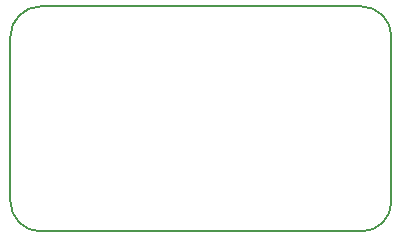
<source format=gm1>
G04 #@! TF.FileFunction,Profile,NP*
%FSLAX46Y46*%
G04 Gerber Fmt 4.6, Leading zero omitted, Abs format (unit mm)*
G04 Created by KiCad (PCBNEW 4.0.7) date 08/23/19 12:17:46*
%MOMM*%
%LPD*%
G01*
G04 APERTURE LIST*
%ADD10C,0.100000*%
%ADD11C,0.150000*%
G04 APERTURE END LIST*
D10*
D11*
X133096000Y-109220000D02*
X133096000Y-95250000D01*
X162814000Y-92710000D02*
X135636000Y-92710000D01*
X165354000Y-109220000D02*
X165354000Y-95250000D01*
X135636000Y-111760000D02*
X162814000Y-111760000D01*
X133096000Y-109220000D02*
G75*
G03X135636000Y-111760000I2540000J0D01*
G01*
X162814000Y-111760000D02*
G75*
G03X165354000Y-109220000I0J2540000D01*
G01*
X165354000Y-95250000D02*
G75*
G03X162814000Y-92710000I-2540000J0D01*
G01*
X135636000Y-92710000D02*
G75*
G03X133096000Y-95250000I0J-2540000D01*
G01*
M02*

</source>
